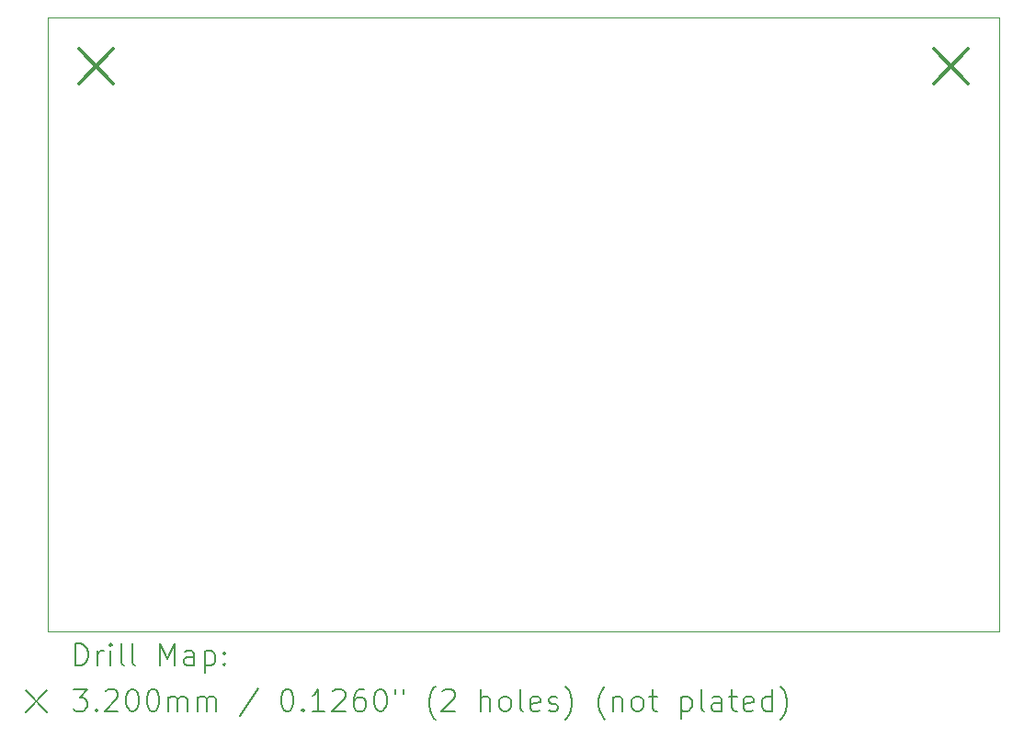
<source format=gbr>
%TF.GenerationSoftware,KiCad,Pcbnew,7.0.10*%
%TF.CreationDate,2025-06-07T09:46:56+01:00*%
%TF.ProjectId,Eudlidean_Rhythms_R,4575646c-6964-4656-916e-5f5268797468,rev?*%
%TF.SameCoordinates,Original*%
%TF.FileFunction,Drillmap*%
%TF.FilePolarity,Positive*%
%FSLAX45Y45*%
G04 Gerber Fmt 4.5, Leading zero omitted, Abs format (unit mm)*
G04 Created by KiCad (PCBNEW 7.0.10) date 2025-06-07 09:46:56*
%MOMM*%
%LPD*%
G01*
G04 APERTURE LIST*
%ADD10C,0.100000*%
%ADD11C,0.200000*%
%ADD12C,0.320000*%
G04 APERTURE END LIST*
D10*
X6540500Y-8890000D02*
X15303500Y-8890000D01*
X15303500Y-14541500D01*
X6540500Y-14541500D01*
X6540500Y-8890000D01*
D11*
D12*
X6825000Y-9174500D02*
X7145000Y-9494500D01*
X7145000Y-9174500D02*
X6825000Y-9494500D01*
X14699000Y-9174500D02*
X15019000Y-9494500D01*
X15019000Y-9174500D02*
X14699000Y-9494500D01*
D11*
X6796277Y-14857984D02*
X6796277Y-14657984D01*
X6796277Y-14657984D02*
X6843896Y-14657984D01*
X6843896Y-14657984D02*
X6872467Y-14667508D01*
X6872467Y-14667508D02*
X6891515Y-14686555D01*
X6891515Y-14686555D02*
X6901039Y-14705603D01*
X6901039Y-14705603D02*
X6910562Y-14743698D01*
X6910562Y-14743698D02*
X6910562Y-14772269D01*
X6910562Y-14772269D02*
X6901039Y-14810365D01*
X6901039Y-14810365D02*
X6891515Y-14829412D01*
X6891515Y-14829412D02*
X6872467Y-14848460D01*
X6872467Y-14848460D02*
X6843896Y-14857984D01*
X6843896Y-14857984D02*
X6796277Y-14857984D01*
X6996277Y-14857984D02*
X6996277Y-14724650D01*
X6996277Y-14762746D02*
X7005801Y-14743698D01*
X7005801Y-14743698D02*
X7015324Y-14734174D01*
X7015324Y-14734174D02*
X7034372Y-14724650D01*
X7034372Y-14724650D02*
X7053420Y-14724650D01*
X7120086Y-14857984D02*
X7120086Y-14724650D01*
X7120086Y-14657984D02*
X7110562Y-14667508D01*
X7110562Y-14667508D02*
X7120086Y-14677031D01*
X7120086Y-14677031D02*
X7129610Y-14667508D01*
X7129610Y-14667508D02*
X7120086Y-14657984D01*
X7120086Y-14657984D02*
X7120086Y-14677031D01*
X7243896Y-14857984D02*
X7224848Y-14848460D01*
X7224848Y-14848460D02*
X7215324Y-14829412D01*
X7215324Y-14829412D02*
X7215324Y-14657984D01*
X7348658Y-14857984D02*
X7329610Y-14848460D01*
X7329610Y-14848460D02*
X7320086Y-14829412D01*
X7320086Y-14829412D02*
X7320086Y-14657984D01*
X7577229Y-14857984D02*
X7577229Y-14657984D01*
X7577229Y-14657984D02*
X7643896Y-14800841D01*
X7643896Y-14800841D02*
X7710562Y-14657984D01*
X7710562Y-14657984D02*
X7710562Y-14857984D01*
X7891515Y-14857984D02*
X7891515Y-14753222D01*
X7891515Y-14753222D02*
X7881991Y-14734174D01*
X7881991Y-14734174D02*
X7862943Y-14724650D01*
X7862943Y-14724650D02*
X7824848Y-14724650D01*
X7824848Y-14724650D02*
X7805801Y-14734174D01*
X7891515Y-14848460D02*
X7872467Y-14857984D01*
X7872467Y-14857984D02*
X7824848Y-14857984D01*
X7824848Y-14857984D02*
X7805801Y-14848460D01*
X7805801Y-14848460D02*
X7796277Y-14829412D01*
X7796277Y-14829412D02*
X7796277Y-14810365D01*
X7796277Y-14810365D02*
X7805801Y-14791317D01*
X7805801Y-14791317D02*
X7824848Y-14781793D01*
X7824848Y-14781793D02*
X7872467Y-14781793D01*
X7872467Y-14781793D02*
X7891515Y-14772269D01*
X7986753Y-14724650D02*
X7986753Y-14924650D01*
X7986753Y-14734174D02*
X8005801Y-14724650D01*
X8005801Y-14724650D02*
X8043896Y-14724650D01*
X8043896Y-14724650D02*
X8062943Y-14734174D01*
X8062943Y-14734174D02*
X8072467Y-14743698D01*
X8072467Y-14743698D02*
X8081991Y-14762746D01*
X8081991Y-14762746D02*
X8081991Y-14819888D01*
X8081991Y-14819888D02*
X8072467Y-14838936D01*
X8072467Y-14838936D02*
X8062943Y-14848460D01*
X8062943Y-14848460D02*
X8043896Y-14857984D01*
X8043896Y-14857984D02*
X8005801Y-14857984D01*
X8005801Y-14857984D02*
X7986753Y-14848460D01*
X8167705Y-14838936D02*
X8177229Y-14848460D01*
X8177229Y-14848460D02*
X8167705Y-14857984D01*
X8167705Y-14857984D02*
X8158182Y-14848460D01*
X8158182Y-14848460D02*
X8167705Y-14838936D01*
X8167705Y-14838936D02*
X8167705Y-14857984D01*
X8167705Y-14734174D02*
X8177229Y-14743698D01*
X8177229Y-14743698D02*
X8167705Y-14753222D01*
X8167705Y-14753222D02*
X8158182Y-14743698D01*
X8158182Y-14743698D02*
X8167705Y-14734174D01*
X8167705Y-14734174D02*
X8167705Y-14753222D01*
X6335500Y-15086500D02*
X6535500Y-15286500D01*
X6535500Y-15086500D02*
X6335500Y-15286500D01*
X6777229Y-15077984D02*
X6901039Y-15077984D01*
X6901039Y-15077984D02*
X6834372Y-15154174D01*
X6834372Y-15154174D02*
X6862943Y-15154174D01*
X6862943Y-15154174D02*
X6881991Y-15163698D01*
X6881991Y-15163698D02*
X6891515Y-15173222D01*
X6891515Y-15173222D02*
X6901039Y-15192269D01*
X6901039Y-15192269D02*
X6901039Y-15239888D01*
X6901039Y-15239888D02*
X6891515Y-15258936D01*
X6891515Y-15258936D02*
X6881991Y-15268460D01*
X6881991Y-15268460D02*
X6862943Y-15277984D01*
X6862943Y-15277984D02*
X6805801Y-15277984D01*
X6805801Y-15277984D02*
X6786753Y-15268460D01*
X6786753Y-15268460D02*
X6777229Y-15258936D01*
X6986753Y-15258936D02*
X6996277Y-15268460D01*
X6996277Y-15268460D02*
X6986753Y-15277984D01*
X6986753Y-15277984D02*
X6977229Y-15268460D01*
X6977229Y-15268460D02*
X6986753Y-15258936D01*
X6986753Y-15258936D02*
X6986753Y-15277984D01*
X7072467Y-15097031D02*
X7081991Y-15087508D01*
X7081991Y-15087508D02*
X7101039Y-15077984D01*
X7101039Y-15077984D02*
X7148658Y-15077984D01*
X7148658Y-15077984D02*
X7167705Y-15087508D01*
X7167705Y-15087508D02*
X7177229Y-15097031D01*
X7177229Y-15097031D02*
X7186753Y-15116079D01*
X7186753Y-15116079D02*
X7186753Y-15135127D01*
X7186753Y-15135127D02*
X7177229Y-15163698D01*
X7177229Y-15163698D02*
X7062943Y-15277984D01*
X7062943Y-15277984D02*
X7186753Y-15277984D01*
X7310562Y-15077984D02*
X7329610Y-15077984D01*
X7329610Y-15077984D02*
X7348658Y-15087508D01*
X7348658Y-15087508D02*
X7358182Y-15097031D01*
X7358182Y-15097031D02*
X7367705Y-15116079D01*
X7367705Y-15116079D02*
X7377229Y-15154174D01*
X7377229Y-15154174D02*
X7377229Y-15201793D01*
X7377229Y-15201793D02*
X7367705Y-15239888D01*
X7367705Y-15239888D02*
X7358182Y-15258936D01*
X7358182Y-15258936D02*
X7348658Y-15268460D01*
X7348658Y-15268460D02*
X7329610Y-15277984D01*
X7329610Y-15277984D02*
X7310562Y-15277984D01*
X7310562Y-15277984D02*
X7291515Y-15268460D01*
X7291515Y-15268460D02*
X7281991Y-15258936D01*
X7281991Y-15258936D02*
X7272467Y-15239888D01*
X7272467Y-15239888D02*
X7262943Y-15201793D01*
X7262943Y-15201793D02*
X7262943Y-15154174D01*
X7262943Y-15154174D02*
X7272467Y-15116079D01*
X7272467Y-15116079D02*
X7281991Y-15097031D01*
X7281991Y-15097031D02*
X7291515Y-15087508D01*
X7291515Y-15087508D02*
X7310562Y-15077984D01*
X7501039Y-15077984D02*
X7520086Y-15077984D01*
X7520086Y-15077984D02*
X7539134Y-15087508D01*
X7539134Y-15087508D02*
X7548658Y-15097031D01*
X7548658Y-15097031D02*
X7558182Y-15116079D01*
X7558182Y-15116079D02*
X7567705Y-15154174D01*
X7567705Y-15154174D02*
X7567705Y-15201793D01*
X7567705Y-15201793D02*
X7558182Y-15239888D01*
X7558182Y-15239888D02*
X7548658Y-15258936D01*
X7548658Y-15258936D02*
X7539134Y-15268460D01*
X7539134Y-15268460D02*
X7520086Y-15277984D01*
X7520086Y-15277984D02*
X7501039Y-15277984D01*
X7501039Y-15277984D02*
X7481991Y-15268460D01*
X7481991Y-15268460D02*
X7472467Y-15258936D01*
X7472467Y-15258936D02*
X7462943Y-15239888D01*
X7462943Y-15239888D02*
X7453420Y-15201793D01*
X7453420Y-15201793D02*
X7453420Y-15154174D01*
X7453420Y-15154174D02*
X7462943Y-15116079D01*
X7462943Y-15116079D02*
X7472467Y-15097031D01*
X7472467Y-15097031D02*
X7481991Y-15087508D01*
X7481991Y-15087508D02*
X7501039Y-15077984D01*
X7653420Y-15277984D02*
X7653420Y-15144650D01*
X7653420Y-15163698D02*
X7662943Y-15154174D01*
X7662943Y-15154174D02*
X7681991Y-15144650D01*
X7681991Y-15144650D02*
X7710563Y-15144650D01*
X7710563Y-15144650D02*
X7729610Y-15154174D01*
X7729610Y-15154174D02*
X7739134Y-15173222D01*
X7739134Y-15173222D02*
X7739134Y-15277984D01*
X7739134Y-15173222D02*
X7748658Y-15154174D01*
X7748658Y-15154174D02*
X7767705Y-15144650D01*
X7767705Y-15144650D02*
X7796277Y-15144650D01*
X7796277Y-15144650D02*
X7815324Y-15154174D01*
X7815324Y-15154174D02*
X7824848Y-15173222D01*
X7824848Y-15173222D02*
X7824848Y-15277984D01*
X7920086Y-15277984D02*
X7920086Y-15144650D01*
X7920086Y-15163698D02*
X7929610Y-15154174D01*
X7929610Y-15154174D02*
X7948658Y-15144650D01*
X7948658Y-15144650D02*
X7977229Y-15144650D01*
X7977229Y-15144650D02*
X7996277Y-15154174D01*
X7996277Y-15154174D02*
X8005801Y-15173222D01*
X8005801Y-15173222D02*
X8005801Y-15277984D01*
X8005801Y-15173222D02*
X8015324Y-15154174D01*
X8015324Y-15154174D02*
X8034372Y-15144650D01*
X8034372Y-15144650D02*
X8062943Y-15144650D01*
X8062943Y-15144650D02*
X8081991Y-15154174D01*
X8081991Y-15154174D02*
X8091515Y-15173222D01*
X8091515Y-15173222D02*
X8091515Y-15277984D01*
X8481991Y-15068460D02*
X8310563Y-15325603D01*
X8739134Y-15077984D02*
X8758182Y-15077984D01*
X8758182Y-15077984D02*
X8777229Y-15087508D01*
X8777229Y-15087508D02*
X8786753Y-15097031D01*
X8786753Y-15097031D02*
X8796277Y-15116079D01*
X8796277Y-15116079D02*
X8805801Y-15154174D01*
X8805801Y-15154174D02*
X8805801Y-15201793D01*
X8805801Y-15201793D02*
X8796277Y-15239888D01*
X8796277Y-15239888D02*
X8786753Y-15258936D01*
X8786753Y-15258936D02*
X8777229Y-15268460D01*
X8777229Y-15268460D02*
X8758182Y-15277984D01*
X8758182Y-15277984D02*
X8739134Y-15277984D01*
X8739134Y-15277984D02*
X8720087Y-15268460D01*
X8720087Y-15268460D02*
X8710563Y-15258936D01*
X8710563Y-15258936D02*
X8701039Y-15239888D01*
X8701039Y-15239888D02*
X8691515Y-15201793D01*
X8691515Y-15201793D02*
X8691515Y-15154174D01*
X8691515Y-15154174D02*
X8701039Y-15116079D01*
X8701039Y-15116079D02*
X8710563Y-15097031D01*
X8710563Y-15097031D02*
X8720087Y-15087508D01*
X8720087Y-15087508D02*
X8739134Y-15077984D01*
X8891515Y-15258936D02*
X8901039Y-15268460D01*
X8901039Y-15268460D02*
X8891515Y-15277984D01*
X8891515Y-15277984D02*
X8881991Y-15268460D01*
X8881991Y-15268460D02*
X8891515Y-15258936D01*
X8891515Y-15258936D02*
X8891515Y-15277984D01*
X9091515Y-15277984D02*
X8977229Y-15277984D01*
X9034372Y-15277984D02*
X9034372Y-15077984D01*
X9034372Y-15077984D02*
X9015325Y-15106555D01*
X9015325Y-15106555D02*
X8996277Y-15125603D01*
X8996277Y-15125603D02*
X8977229Y-15135127D01*
X9167706Y-15097031D02*
X9177229Y-15087508D01*
X9177229Y-15087508D02*
X9196277Y-15077984D01*
X9196277Y-15077984D02*
X9243896Y-15077984D01*
X9243896Y-15077984D02*
X9262944Y-15087508D01*
X9262944Y-15087508D02*
X9272468Y-15097031D01*
X9272468Y-15097031D02*
X9281991Y-15116079D01*
X9281991Y-15116079D02*
X9281991Y-15135127D01*
X9281991Y-15135127D02*
X9272468Y-15163698D01*
X9272468Y-15163698D02*
X9158182Y-15277984D01*
X9158182Y-15277984D02*
X9281991Y-15277984D01*
X9453420Y-15077984D02*
X9415325Y-15077984D01*
X9415325Y-15077984D02*
X9396277Y-15087508D01*
X9396277Y-15087508D02*
X9386753Y-15097031D01*
X9386753Y-15097031D02*
X9367706Y-15125603D01*
X9367706Y-15125603D02*
X9358182Y-15163698D01*
X9358182Y-15163698D02*
X9358182Y-15239888D01*
X9358182Y-15239888D02*
X9367706Y-15258936D01*
X9367706Y-15258936D02*
X9377229Y-15268460D01*
X9377229Y-15268460D02*
X9396277Y-15277984D01*
X9396277Y-15277984D02*
X9434372Y-15277984D01*
X9434372Y-15277984D02*
X9453420Y-15268460D01*
X9453420Y-15268460D02*
X9462944Y-15258936D01*
X9462944Y-15258936D02*
X9472468Y-15239888D01*
X9472468Y-15239888D02*
X9472468Y-15192269D01*
X9472468Y-15192269D02*
X9462944Y-15173222D01*
X9462944Y-15173222D02*
X9453420Y-15163698D01*
X9453420Y-15163698D02*
X9434372Y-15154174D01*
X9434372Y-15154174D02*
X9396277Y-15154174D01*
X9396277Y-15154174D02*
X9377229Y-15163698D01*
X9377229Y-15163698D02*
X9367706Y-15173222D01*
X9367706Y-15173222D02*
X9358182Y-15192269D01*
X9596277Y-15077984D02*
X9615325Y-15077984D01*
X9615325Y-15077984D02*
X9634372Y-15087508D01*
X9634372Y-15087508D02*
X9643896Y-15097031D01*
X9643896Y-15097031D02*
X9653420Y-15116079D01*
X9653420Y-15116079D02*
X9662944Y-15154174D01*
X9662944Y-15154174D02*
X9662944Y-15201793D01*
X9662944Y-15201793D02*
X9653420Y-15239888D01*
X9653420Y-15239888D02*
X9643896Y-15258936D01*
X9643896Y-15258936D02*
X9634372Y-15268460D01*
X9634372Y-15268460D02*
X9615325Y-15277984D01*
X9615325Y-15277984D02*
X9596277Y-15277984D01*
X9596277Y-15277984D02*
X9577229Y-15268460D01*
X9577229Y-15268460D02*
X9567706Y-15258936D01*
X9567706Y-15258936D02*
X9558182Y-15239888D01*
X9558182Y-15239888D02*
X9548658Y-15201793D01*
X9548658Y-15201793D02*
X9548658Y-15154174D01*
X9548658Y-15154174D02*
X9558182Y-15116079D01*
X9558182Y-15116079D02*
X9567706Y-15097031D01*
X9567706Y-15097031D02*
X9577229Y-15087508D01*
X9577229Y-15087508D02*
X9596277Y-15077984D01*
X9739134Y-15077984D02*
X9739134Y-15116079D01*
X9815325Y-15077984D02*
X9815325Y-15116079D01*
X10110563Y-15354174D02*
X10101039Y-15344650D01*
X10101039Y-15344650D02*
X10081991Y-15316079D01*
X10081991Y-15316079D02*
X10072468Y-15297031D01*
X10072468Y-15297031D02*
X10062944Y-15268460D01*
X10062944Y-15268460D02*
X10053420Y-15220841D01*
X10053420Y-15220841D02*
X10053420Y-15182746D01*
X10053420Y-15182746D02*
X10062944Y-15135127D01*
X10062944Y-15135127D02*
X10072468Y-15106555D01*
X10072468Y-15106555D02*
X10081991Y-15087508D01*
X10081991Y-15087508D02*
X10101039Y-15058936D01*
X10101039Y-15058936D02*
X10110563Y-15049412D01*
X10177230Y-15097031D02*
X10186753Y-15087508D01*
X10186753Y-15087508D02*
X10205801Y-15077984D01*
X10205801Y-15077984D02*
X10253420Y-15077984D01*
X10253420Y-15077984D02*
X10272468Y-15087508D01*
X10272468Y-15087508D02*
X10281991Y-15097031D01*
X10281991Y-15097031D02*
X10291515Y-15116079D01*
X10291515Y-15116079D02*
X10291515Y-15135127D01*
X10291515Y-15135127D02*
X10281991Y-15163698D01*
X10281991Y-15163698D02*
X10167706Y-15277984D01*
X10167706Y-15277984D02*
X10291515Y-15277984D01*
X10529611Y-15277984D02*
X10529611Y-15077984D01*
X10615325Y-15277984D02*
X10615325Y-15173222D01*
X10615325Y-15173222D02*
X10605801Y-15154174D01*
X10605801Y-15154174D02*
X10586753Y-15144650D01*
X10586753Y-15144650D02*
X10558182Y-15144650D01*
X10558182Y-15144650D02*
X10539134Y-15154174D01*
X10539134Y-15154174D02*
X10529611Y-15163698D01*
X10739134Y-15277984D02*
X10720087Y-15268460D01*
X10720087Y-15268460D02*
X10710563Y-15258936D01*
X10710563Y-15258936D02*
X10701039Y-15239888D01*
X10701039Y-15239888D02*
X10701039Y-15182746D01*
X10701039Y-15182746D02*
X10710563Y-15163698D01*
X10710563Y-15163698D02*
X10720087Y-15154174D01*
X10720087Y-15154174D02*
X10739134Y-15144650D01*
X10739134Y-15144650D02*
X10767706Y-15144650D01*
X10767706Y-15144650D02*
X10786753Y-15154174D01*
X10786753Y-15154174D02*
X10796277Y-15163698D01*
X10796277Y-15163698D02*
X10805801Y-15182746D01*
X10805801Y-15182746D02*
X10805801Y-15239888D01*
X10805801Y-15239888D02*
X10796277Y-15258936D01*
X10796277Y-15258936D02*
X10786753Y-15268460D01*
X10786753Y-15268460D02*
X10767706Y-15277984D01*
X10767706Y-15277984D02*
X10739134Y-15277984D01*
X10920087Y-15277984D02*
X10901039Y-15268460D01*
X10901039Y-15268460D02*
X10891515Y-15249412D01*
X10891515Y-15249412D02*
X10891515Y-15077984D01*
X11072468Y-15268460D02*
X11053420Y-15277984D01*
X11053420Y-15277984D02*
X11015325Y-15277984D01*
X11015325Y-15277984D02*
X10996277Y-15268460D01*
X10996277Y-15268460D02*
X10986753Y-15249412D01*
X10986753Y-15249412D02*
X10986753Y-15173222D01*
X10986753Y-15173222D02*
X10996277Y-15154174D01*
X10996277Y-15154174D02*
X11015325Y-15144650D01*
X11015325Y-15144650D02*
X11053420Y-15144650D01*
X11053420Y-15144650D02*
X11072468Y-15154174D01*
X11072468Y-15154174D02*
X11081992Y-15173222D01*
X11081992Y-15173222D02*
X11081992Y-15192269D01*
X11081992Y-15192269D02*
X10986753Y-15211317D01*
X11158182Y-15268460D02*
X11177230Y-15277984D01*
X11177230Y-15277984D02*
X11215325Y-15277984D01*
X11215325Y-15277984D02*
X11234372Y-15268460D01*
X11234372Y-15268460D02*
X11243896Y-15249412D01*
X11243896Y-15249412D02*
X11243896Y-15239888D01*
X11243896Y-15239888D02*
X11234372Y-15220841D01*
X11234372Y-15220841D02*
X11215325Y-15211317D01*
X11215325Y-15211317D02*
X11186753Y-15211317D01*
X11186753Y-15211317D02*
X11167706Y-15201793D01*
X11167706Y-15201793D02*
X11158182Y-15182746D01*
X11158182Y-15182746D02*
X11158182Y-15173222D01*
X11158182Y-15173222D02*
X11167706Y-15154174D01*
X11167706Y-15154174D02*
X11186753Y-15144650D01*
X11186753Y-15144650D02*
X11215325Y-15144650D01*
X11215325Y-15144650D02*
X11234372Y-15154174D01*
X11310563Y-15354174D02*
X11320087Y-15344650D01*
X11320087Y-15344650D02*
X11339134Y-15316079D01*
X11339134Y-15316079D02*
X11348658Y-15297031D01*
X11348658Y-15297031D02*
X11358182Y-15268460D01*
X11358182Y-15268460D02*
X11367706Y-15220841D01*
X11367706Y-15220841D02*
X11367706Y-15182746D01*
X11367706Y-15182746D02*
X11358182Y-15135127D01*
X11358182Y-15135127D02*
X11348658Y-15106555D01*
X11348658Y-15106555D02*
X11339134Y-15087508D01*
X11339134Y-15087508D02*
X11320087Y-15058936D01*
X11320087Y-15058936D02*
X11310563Y-15049412D01*
X11672468Y-15354174D02*
X11662944Y-15344650D01*
X11662944Y-15344650D02*
X11643896Y-15316079D01*
X11643896Y-15316079D02*
X11634372Y-15297031D01*
X11634372Y-15297031D02*
X11624849Y-15268460D01*
X11624849Y-15268460D02*
X11615325Y-15220841D01*
X11615325Y-15220841D02*
X11615325Y-15182746D01*
X11615325Y-15182746D02*
X11624849Y-15135127D01*
X11624849Y-15135127D02*
X11634372Y-15106555D01*
X11634372Y-15106555D02*
X11643896Y-15087508D01*
X11643896Y-15087508D02*
X11662944Y-15058936D01*
X11662944Y-15058936D02*
X11672468Y-15049412D01*
X11748658Y-15144650D02*
X11748658Y-15277984D01*
X11748658Y-15163698D02*
X11758182Y-15154174D01*
X11758182Y-15154174D02*
X11777230Y-15144650D01*
X11777230Y-15144650D02*
X11805801Y-15144650D01*
X11805801Y-15144650D02*
X11824849Y-15154174D01*
X11824849Y-15154174D02*
X11834372Y-15173222D01*
X11834372Y-15173222D02*
X11834372Y-15277984D01*
X11958182Y-15277984D02*
X11939134Y-15268460D01*
X11939134Y-15268460D02*
X11929611Y-15258936D01*
X11929611Y-15258936D02*
X11920087Y-15239888D01*
X11920087Y-15239888D02*
X11920087Y-15182746D01*
X11920087Y-15182746D02*
X11929611Y-15163698D01*
X11929611Y-15163698D02*
X11939134Y-15154174D01*
X11939134Y-15154174D02*
X11958182Y-15144650D01*
X11958182Y-15144650D02*
X11986753Y-15144650D01*
X11986753Y-15144650D02*
X12005801Y-15154174D01*
X12005801Y-15154174D02*
X12015325Y-15163698D01*
X12015325Y-15163698D02*
X12024849Y-15182746D01*
X12024849Y-15182746D02*
X12024849Y-15239888D01*
X12024849Y-15239888D02*
X12015325Y-15258936D01*
X12015325Y-15258936D02*
X12005801Y-15268460D01*
X12005801Y-15268460D02*
X11986753Y-15277984D01*
X11986753Y-15277984D02*
X11958182Y-15277984D01*
X12081992Y-15144650D02*
X12158182Y-15144650D01*
X12110563Y-15077984D02*
X12110563Y-15249412D01*
X12110563Y-15249412D02*
X12120087Y-15268460D01*
X12120087Y-15268460D02*
X12139134Y-15277984D01*
X12139134Y-15277984D02*
X12158182Y-15277984D01*
X12377230Y-15144650D02*
X12377230Y-15344650D01*
X12377230Y-15154174D02*
X12396277Y-15144650D01*
X12396277Y-15144650D02*
X12434373Y-15144650D01*
X12434373Y-15144650D02*
X12453420Y-15154174D01*
X12453420Y-15154174D02*
X12462944Y-15163698D01*
X12462944Y-15163698D02*
X12472468Y-15182746D01*
X12472468Y-15182746D02*
X12472468Y-15239888D01*
X12472468Y-15239888D02*
X12462944Y-15258936D01*
X12462944Y-15258936D02*
X12453420Y-15268460D01*
X12453420Y-15268460D02*
X12434373Y-15277984D01*
X12434373Y-15277984D02*
X12396277Y-15277984D01*
X12396277Y-15277984D02*
X12377230Y-15268460D01*
X12586753Y-15277984D02*
X12567706Y-15268460D01*
X12567706Y-15268460D02*
X12558182Y-15249412D01*
X12558182Y-15249412D02*
X12558182Y-15077984D01*
X12748658Y-15277984D02*
X12748658Y-15173222D01*
X12748658Y-15173222D02*
X12739134Y-15154174D01*
X12739134Y-15154174D02*
X12720087Y-15144650D01*
X12720087Y-15144650D02*
X12681992Y-15144650D01*
X12681992Y-15144650D02*
X12662944Y-15154174D01*
X12748658Y-15268460D02*
X12729611Y-15277984D01*
X12729611Y-15277984D02*
X12681992Y-15277984D01*
X12681992Y-15277984D02*
X12662944Y-15268460D01*
X12662944Y-15268460D02*
X12653420Y-15249412D01*
X12653420Y-15249412D02*
X12653420Y-15230365D01*
X12653420Y-15230365D02*
X12662944Y-15211317D01*
X12662944Y-15211317D02*
X12681992Y-15201793D01*
X12681992Y-15201793D02*
X12729611Y-15201793D01*
X12729611Y-15201793D02*
X12748658Y-15192269D01*
X12815325Y-15144650D02*
X12891515Y-15144650D01*
X12843896Y-15077984D02*
X12843896Y-15249412D01*
X12843896Y-15249412D02*
X12853420Y-15268460D01*
X12853420Y-15268460D02*
X12872468Y-15277984D01*
X12872468Y-15277984D02*
X12891515Y-15277984D01*
X13034373Y-15268460D02*
X13015325Y-15277984D01*
X13015325Y-15277984D02*
X12977230Y-15277984D01*
X12977230Y-15277984D02*
X12958182Y-15268460D01*
X12958182Y-15268460D02*
X12948658Y-15249412D01*
X12948658Y-15249412D02*
X12948658Y-15173222D01*
X12948658Y-15173222D02*
X12958182Y-15154174D01*
X12958182Y-15154174D02*
X12977230Y-15144650D01*
X12977230Y-15144650D02*
X13015325Y-15144650D01*
X13015325Y-15144650D02*
X13034373Y-15154174D01*
X13034373Y-15154174D02*
X13043896Y-15173222D01*
X13043896Y-15173222D02*
X13043896Y-15192269D01*
X13043896Y-15192269D02*
X12948658Y-15211317D01*
X13215325Y-15277984D02*
X13215325Y-15077984D01*
X13215325Y-15268460D02*
X13196277Y-15277984D01*
X13196277Y-15277984D02*
X13158182Y-15277984D01*
X13158182Y-15277984D02*
X13139134Y-15268460D01*
X13139134Y-15268460D02*
X13129611Y-15258936D01*
X13129611Y-15258936D02*
X13120087Y-15239888D01*
X13120087Y-15239888D02*
X13120087Y-15182746D01*
X13120087Y-15182746D02*
X13129611Y-15163698D01*
X13129611Y-15163698D02*
X13139134Y-15154174D01*
X13139134Y-15154174D02*
X13158182Y-15144650D01*
X13158182Y-15144650D02*
X13196277Y-15144650D01*
X13196277Y-15144650D02*
X13215325Y-15154174D01*
X13291515Y-15354174D02*
X13301039Y-15344650D01*
X13301039Y-15344650D02*
X13320087Y-15316079D01*
X13320087Y-15316079D02*
X13329611Y-15297031D01*
X13329611Y-15297031D02*
X13339134Y-15268460D01*
X13339134Y-15268460D02*
X13348658Y-15220841D01*
X13348658Y-15220841D02*
X13348658Y-15182746D01*
X13348658Y-15182746D02*
X13339134Y-15135127D01*
X13339134Y-15135127D02*
X13329611Y-15106555D01*
X13329611Y-15106555D02*
X13320087Y-15087508D01*
X13320087Y-15087508D02*
X13301039Y-15058936D01*
X13301039Y-15058936D02*
X13291515Y-15049412D01*
M02*

</source>
